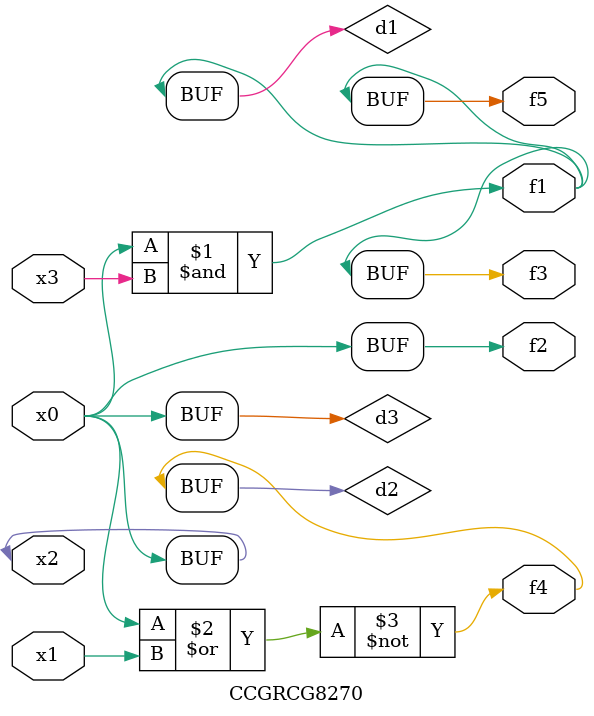
<source format=v>
module CCGRCG8270(
	input x0, x1, x2, x3,
	output f1, f2, f3, f4, f5
);

	wire d1, d2, d3;

	and (d1, x2, x3);
	nor (d2, x0, x1);
	buf (d3, x0, x2);
	assign f1 = d1;
	assign f2 = d3;
	assign f3 = d1;
	assign f4 = d2;
	assign f5 = d1;
endmodule

</source>
